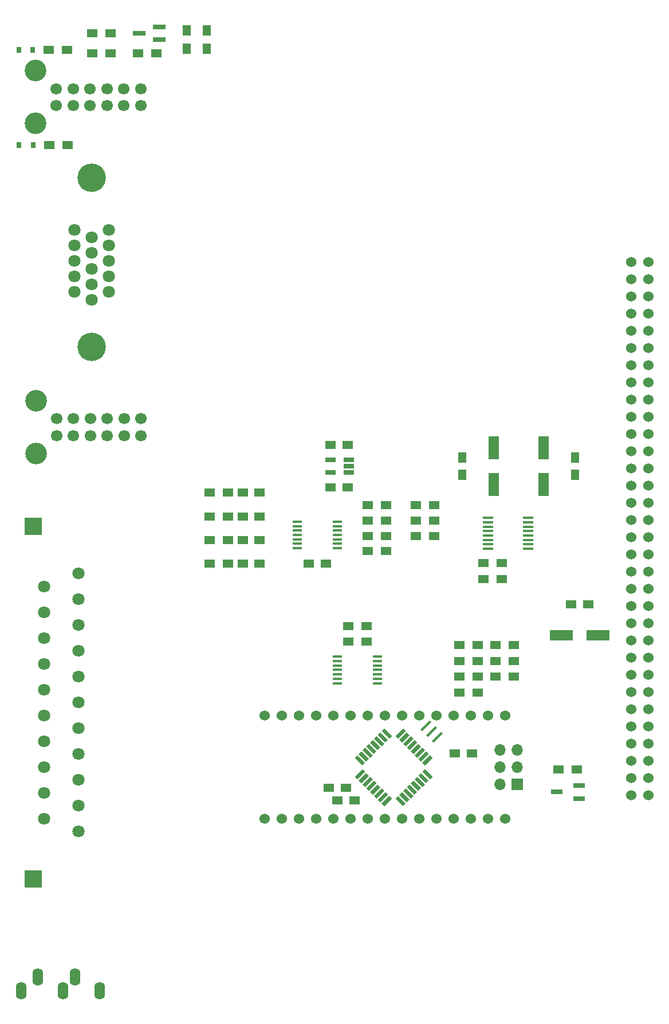
<source format=gbr>
%TF.GenerationSoftware,KiCad,Pcbnew,5.1.9-73d0e3b20d~88~ubuntu20.04.1*%
%TF.CreationDate,2021-04-04T13:46:06+02:00*%
%TF.ProjectId,bkm-129x-scart-vga,626b6d2d-3132-4397-982d-73636172742d,rev?*%
%TF.SameCoordinates,Original*%
%TF.FileFunction,Soldermask,Top*%
%TF.FilePolarity,Negative*%
%FSLAX46Y46*%
G04 Gerber Fmt 4.6, Leading zero omitted, Abs format (unit mm)*
G04 Created by KiCad (PCBNEW 5.1.9-73d0e3b20d~88~ubuntu20.04.1) date 2021-04-04 13:46:06*
%MOMM*%
%LPD*%
G01*
G04 APERTURE LIST*
%ADD10C,1.700000*%
%ADD11C,3.200000*%
%ADD12R,2.500000X2.500000*%
%ADD13C,1.800000*%
%ADD14R,1.500000X1.250000*%
%ADD15R,1.250000X1.500000*%
%ADD16R,1.600000X3.500000*%
%ADD17C,1.524000*%
%ADD18R,1.800000X0.800000*%
%ADD19R,1.500000X1.300000*%
%ADD20R,1.500000X0.450000*%
%ADD21R,1.450000X0.450000*%
%ADD22R,1.560000X0.650000*%
%ADD23R,3.500000X1.600000*%
%ADD24R,1.300000X1.500000*%
%ADD25R,1.900000X0.800000*%
%ADD26R,0.800000X0.900000*%
%ADD27C,4.200000*%
%ADD28R,1.700000X1.700000*%
%ADD29O,1.700000X1.700000*%
%ADD30C,0.100000*%
%ADD31O,1.600000X2.600000*%
G04 APERTURE END LIST*
D10*
%TO.C,SW1*%
X63543500Y-40148600D03*
X61043500Y-40148600D03*
X66043500Y-40148600D03*
X66043500Y-42648600D03*
X63543500Y-42648600D03*
X68543500Y-42648600D03*
X68543500Y-40148600D03*
X61043500Y-42648600D03*
X58543500Y-42648600D03*
X56043500Y-42648600D03*
X56043500Y-40148600D03*
X58543500Y-40148600D03*
D11*
X52993500Y-37498600D03*
X52993500Y-45298600D03*
%TD*%
D12*
%TO.C,J2*%
X52682000Y-104810000D03*
X52682000Y-156810000D03*
D13*
X59309000Y-111760000D03*
X59309000Y-115570000D03*
X59309000Y-119380000D03*
X59309000Y-123190000D03*
X59309000Y-127000000D03*
X59309000Y-130810000D03*
X59309000Y-134620000D03*
X59309000Y-138430000D03*
X59309000Y-142240000D03*
X59309000Y-146050000D03*
X59309000Y-149860000D03*
X54229000Y-113665000D03*
X54229000Y-117475000D03*
X54229000Y-121285000D03*
X54229000Y-125095000D03*
X54229000Y-128905000D03*
X54229000Y-132715000D03*
X54229000Y-136525000D03*
X54229000Y-140335000D03*
X54229000Y-144145000D03*
X54229000Y-147955000D03*
%TD*%
D14*
%TO.C,C1*%
X86124100Y-99822000D03*
X83624100Y-99822000D03*
%TD*%
%TO.C,C2*%
X86124100Y-103314500D03*
X83624100Y-103314500D03*
%TD*%
%TO.C,C3*%
X86124100Y-106807000D03*
X83624100Y-106807000D03*
%TD*%
%TO.C,C4*%
X86124100Y-110299500D03*
X83624100Y-110299500D03*
%TD*%
%TO.C,C5*%
X95903100Y-110299500D03*
X93403100Y-110299500D03*
%TD*%
D15*
%TO.C,C6*%
X116052600Y-97135000D03*
X116052600Y-94635000D03*
%TD*%
D16*
%TO.C,C7*%
X120688100Y-98585000D03*
X120688100Y-93185000D03*
%TD*%
%TO.C,C8*%
X128054100Y-93185000D03*
X128054100Y-98585000D03*
%TD*%
D15*
%TO.C,C9*%
X132753100Y-97135000D03*
X132753100Y-94635000D03*
%TD*%
D17*
%TO.C,J5*%
X141020800Y-65786000D03*
X141020800Y-68326000D03*
X141020800Y-70866000D03*
X141020800Y-73406000D03*
X141020800Y-75946000D03*
X141020800Y-78486000D03*
X141020800Y-81026000D03*
X141020800Y-83566000D03*
X141020800Y-86106000D03*
X141020800Y-88646000D03*
X141020800Y-91186000D03*
X141020800Y-93726000D03*
X141020800Y-96266000D03*
X141020800Y-98806000D03*
X141020800Y-101346000D03*
X141020800Y-103886000D03*
X141020800Y-106426000D03*
X141020800Y-108966000D03*
X141020800Y-111506000D03*
X141020800Y-114046000D03*
X141020800Y-116586000D03*
X141020800Y-119126000D03*
X141020800Y-121666000D03*
X141020800Y-124206000D03*
X141020800Y-126746000D03*
X141020800Y-129286000D03*
X141020800Y-131826000D03*
X141020800Y-134366000D03*
X141020800Y-136906000D03*
X141020800Y-139446000D03*
X141020800Y-141986000D03*
X141020800Y-144526000D03*
X143560800Y-65786000D03*
X143560800Y-68326000D03*
X143560800Y-70866000D03*
X143560800Y-73406000D03*
X143560800Y-75946000D03*
X143560800Y-78486000D03*
X143560800Y-81026000D03*
X143560800Y-83566000D03*
X143560800Y-86106000D03*
X143560800Y-88646000D03*
X143560800Y-91186000D03*
X143560800Y-93726000D03*
X143560800Y-96266000D03*
X143560800Y-98806000D03*
X143560800Y-101346000D03*
X143560800Y-103886000D03*
X143560800Y-106426000D03*
X143560800Y-108966000D03*
X143560800Y-111506000D03*
X143560800Y-114046000D03*
X143560800Y-116586000D03*
X143560800Y-119126000D03*
X143560800Y-121666000D03*
X143560800Y-124206000D03*
X143560800Y-126746000D03*
X143560800Y-129286000D03*
X143560800Y-131826000D03*
X143560800Y-134366000D03*
X143560800Y-136906000D03*
X143560800Y-139446000D03*
X143560800Y-141986000D03*
X143560800Y-144526000D03*
%TD*%
D18*
%TO.C,Q1*%
X133298200Y-144968000D03*
X133298200Y-143068000D03*
X129998200Y-144018000D03*
%TD*%
D19*
%TO.C,R1*%
X121881600Y-112603000D03*
X119181600Y-112603000D03*
%TD*%
%TO.C,R6*%
X104778800Y-101650800D03*
X102078800Y-101650800D03*
%TD*%
%TO.C,R7*%
X104781600Y-103903000D03*
X102081600Y-103903000D03*
%TD*%
%TO.C,R8*%
X104781600Y-106203000D03*
X102081600Y-106203000D03*
%TD*%
%TO.C,R9*%
X104781600Y-108453000D03*
X102081600Y-108453000D03*
%TD*%
%TO.C,R10*%
X81398100Y-110299500D03*
X78698100Y-110299500D03*
%TD*%
%TO.C,R11*%
X81398100Y-106807000D03*
X78698100Y-106807000D03*
%TD*%
%TO.C,R12*%
X81398100Y-103314500D03*
X78698100Y-103314500D03*
%TD*%
%TO.C,R13*%
X81398100Y-99822000D03*
X78698100Y-99822000D03*
%TD*%
%TO.C,R18*%
X119181600Y-110203000D03*
X121881600Y-110203000D03*
%TD*%
%TO.C,R20*%
X121001800Y-122301000D03*
X123701800Y-122301000D03*
%TD*%
%TO.C,R21*%
X115617000Y-122301000D03*
X118317000Y-122301000D03*
%TD*%
%TO.C,R22*%
X132998200Y-140652500D03*
X130298200Y-140652500D03*
%TD*%
%TO.C,R23*%
X99208600Y-121793000D03*
X101908600Y-121793000D03*
%TD*%
%TO.C,R24*%
X115642400Y-129362200D03*
X118342400Y-129362200D03*
%TD*%
%TO.C,R25*%
X121001800Y-127000000D03*
X123701800Y-127000000D03*
%TD*%
%TO.C,R26*%
X115617000Y-127000000D03*
X118317000Y-127000000D03*
%TD*%
%TO.C,R27*%
X121001800Y-124663200D03*
X123701800Y-124663200D03*
%TD*%
%TO.C,R28*%
X115617000Y-124663200D03*
X118317000Y-124663200D03*
%TD*%
D20*
%TO.C,U1*%
X125781600Y-108078000D03*
X125781600Y-107428000D03*
X125781600Y-106778000D03*
X125781600Y-106128000D03*
X125781600Y-105478000D03*
X125781600Y-104828000D03*
X125781600Y-104178000D03*
X125781600Y-103528000D03*
X119881600Y-103528000D03*
X119881600Y-104178000D03*
X119881600Y-104828000D03*
X119881600Y-105478000D03*
X119881600Y-106128000D03*
X119881600Y-106778000D03*
X119881600Y-107428000D03*
X119881600Y-108078000D03*
%TD*%
D17*
%TO.C,U3*%
X122440700Y-132715000D03*
X119900700Y-132715000D03*
X117360700Y-132715000D03*
X114820700Y-132715000D03*
X112280700Y-132715000D03*
X109740700Y-132715000D03*
X107200700Y-132715000D03*
X104660700Y-132715000D03*
X102120700Y-132715000D03*
X99580700Y-132715000D03*
X97040700Y-132715000D03*
X94500700Y-132715000D03*
X91960700Y-132715000D03*
X89420700Y-132715000D03*
X86880700Y-132715000D03*
X86880700Y-147955000D03*
X89420700Y-147955000D03*
X91960700Y-147955000D03*
X94500700Y-147955000D03*
X97040700Y-147955000D03*
X99580700Y-147955000D03*
X102120700Y-147955000D03*
X104660700Y-147955000D03*
X107200700Y-147955000D03*
X109740700Y-147955000D03*
X112280700Y-147955000D03*
X114820700Y-147955000D03*
X117360700Y-147955000D03*
X119900700Y-147955000D03*
X122440700Y-147955000D03*
%TD*%
D21*
%TO.C,U2*%
X91703100Y-104095000D03*
X91703100Y-104745000D03*
X91703100Y-105395000D03*
X91703100Y-106045000D03*
X91703100Y-106695000D03*
X91703100Y-107345000D03*
X91703100Y-107995000D03*
X97603100Y-107995000D03*
X97603100Y-107345000D03*
X97603100Y-106695000D03*
X97603100Y-106045000D03*
X97603100Y-105395000D03*
X97603100Y-104745000D03*
X97603100Y-104095000D03*
%TD*%
%TO.C,U4*%
X97583200Y-124034000D03*
X97583200Y-124684000D03*
X97583200Y-125334000D03*
X97583200Y-125984000D03*
X97583200Y-126634000D03*
X97583200Y-127284000D03*
X97583200Y-127934000D03*
X103483200Y-127934000D03*
X103483200Y-127284000D03*
X103483200Y-126634000D03*
X103483200Y-125984000D03*
X103483200Y-125334000D03*
X103483200Y-124684000D03*
X103483200Y-124034000D03*
%TD*%
D14*
%TO.C,C10*%
X96590800Y-99009200D03*
X99090800Y-99009200D03*
%TD*%
%TO.C,C11*%
X99090800Y-92760800D03*
X96590800Y-92760800D03*
%TD*%
D22*
%TO.C,U5*%
X99317800Y-96835000D03*
X99317800Y-95885000D03*
X99317800Y-94935000D03*
X96617800Y-94935000D03*
X96617800Y-96835000D03*
%TD*%
D14*
%TO.C,C12*%
X132150800Y-116255800D03*
X134650800Y-116255800D03*
%TD*%
D23*
%TO.C,C13*%
X130700800Y-120904000D03*
X136100800Y-120904000D03*
%TD*%
D19*
%TO.C,R19*%
X99208600Y-119507000D03*
X101908600Y-119507000D03*
%TD*%
%TO.C,R32*%
X109181600Y-101653000D03*
X111881600Y-101653000D03*
%TD*%
%TO.C,R33*%
X109181600Y-103903000D03*
X111881600Y-103903000D03*
%TD*%
%TO.C,R34*%
X109181600Y-106203000D03*
X111881600Y-106203000D03*
%TD*%
%TO.C,R2*%
X64088000Y-31940500D03*
X61388000Y-31940500D03*
%TD*%
%TO.C,R3*%
X70869800Y-34937700D03*
X68169800Y-34937700D03*
%TD*%
D24*
%TO.C,R4*%
X75349100Y-34230300D03*
X75349100Y-31530300D03*
%TD*%
%TO.C,R5*%
X78308200Y-34230300D03*
X78308200Y-31530300D03*
%TD*%
D25*
%TO.C,Q2*%
X71286500Y-32915900D03*
X71286500Y-31015900D03*
X68286500Y-31965900D03*
%TD*%
D19*
%TO.C,R14*%
X61388000Y-34950400D03*
X64088000Y-34950400D03*
%TD*%
D26*
%TO.C,D1*%
X52586600Y-34417000D03*
X50486600Y-34417000D03*
%TD*%
%TO.C,D2*%
X52612000Y-48514000D03*
X50512000Y-48514000D03*
%TD*%
D19*
%TO.C,R15*%
X57594500Y-34417000D03*
X54894500Y-34417000D03*
%TD*%
%TO.C,R16*%
X57738000Y-48514000D03*
X55038000Y-48514000D03*
%TD*%
D13*
%TO.C,J1*%
X63817500Y-65570100D03*
X58737500Y-65570100D03*
X58737500Y-67861180D03*
X58737500Y-70152260D03*
X58737500Y-63279020D03*
X58737500Y-60987940D03*
X61277500Y-62141100D03*
X61277500Y-64432180D03*
X61277500Y-66723260D03*
X61277500Y-69014340D03*
X61277500Y-71305420D03*
X63817500Y-63279020D03*
X63817500Y-60987940D03*
X63817500Y-67861180D03*
X63817500Y-70152260D03*
D27*
X61277500Y-78315820D03*
X61277500Y-53332380D03*
%TD*%
D14*
%TO.C,C15*%
X98836800Y-143383000D03*
X96336800Y-143383000D03*
%TD*%
%TO.C,C16*%
X114967700Y-138290300D03*
X117467700Y-138290300D03*
%TD*%
%TO.C,C17*%
X97606800Y-145288000D03*
X100106800Y-145288000D03*
%TD*%
D28*
%TO.C,J6*%
X124206000Y-142875000D03*
D29*
X121666000Y-142875000D03*
X124206000Y-140335000D03*
X121666000Y-140335000D03*
X124206000Y-137795000D03*
X121666000Y-137795000D03*
%TD*%
D10*
%TO.C,SW2*%
X63594300Y-88869200D03*
X61094300Y-88869200D03*
X66094300Y-88869200D03*
X66094300Y-91369200D03*
X63594300Y-91369200D03*
X68594300Y-91369200D03*
X68594300Y-88869200D03*
X61094300Y-91369200D03*
X58594300Y-91369200D03*
X56094300Y-91369200D03*
X56094300Y-88869200D03*
X58594300Y-88869200D03*
D11*
X53044300Y-86219200D03*
X53044300Y-94019200D03*
%TD*%
D30*
%TO.C,U6*%
G36*
X111274334Y-138562255D02*
G01*
X111663243Y-138951164D01*
X110531872Y-140082535D01*
X110142963Y-139693626D01*
X111274334Y-138562255D01*
G37*
G36*
X110708648Y-137996570D02*
G01*
X111097557Y-138385479D01*
X109966186Y-139516850D01*
X109577277Y-139127941D01*
X110708648Y-137996570D01*
G37*
G36*
X110142963Y-137430884D02*
G01*
X110531872Y-137819793D01*
X109400501Y-138951164D01*
X109011592Y-138562255D01*
X110142963Y-137430884D01*
G37*
G36*
X109577278Y-136865199D02*
G01*
X109966187Y-137254108D01*
X108834816Y-138385479D01*
X108445907Y-137996570D01*
X109577278Y-136865199D01*
G37*
G36*
X109011592Y-136299513D02*
G01*
X109400501Y-136688422D01*
X108269130Y-137819793D01*
X107880221Y-137430884D01*
X109011592Y-136299513D01*
G37*
G36*
X108445907Y-135733828D02*
G01*
X108834816Y-136122737D01*
X107703445Y-137254108D01*
X107314536Y-136865199D01*
X108445907Y-135733828D01*
G37*
G36*
X107880221Y-135168143D02*
G01*
X108269130Y-135557052D01*
X107137759Y-136688423D01*
X106748850Y-136299514D01*
X107880221Y-135168143D01*
G37*
G36*
X107314536Y-134602457D02*
G01*
X107703445Y-134991366D01*
X106572074Y-136122737D01*
X106183165Y-135733828D01*
X107314536Y-134602457D01*
G37*
G36*
X104132555Y-134991366D02*
G01*
X104521464Y-134602457D01*
X105652835Y-135733828D01*
X105263926Y-136122737D01*
X104132555Y-134991366D01*
G37*
G36*
X103566870Y-135557052D02*
G01*
X103955779Y-135168143D01*
X105087150Y-136299514D01*
X104698241Y-136688423D01*
X103566870Y-135557052D01*
G37*
G36*
X103001184Y-136122737D02*
G01*
X103390093Y-135733828D01*
X104521464Y-136865199D01*
X104132555Y-137254108D01*
X103001184Y-136122737D01*
G37*
G36*
X102435499Y-136688422D02*
G01*
X102824408Y-136299513D01*
X103955779Y-137430884D01*
X103566870Y-137819793D01*
X102435499Y-136688422D01*
G37*
G36*
X101869813Y-137254108D02*
G01*
X102258722Y-136865199D01*
X103390093Y-137996570D01*
X103001184Y-138385479D01*
X101869813Y-137254108D01*
G37*
G36*
X101304128Y-137819793D02*
G01*
X101693037Y-137430884D01*
X102824408Y-138562255D01*
X102435499Y-138951164D01*
X101304128Y-137819793D01*
G37*
G36*
X100738443Y-138385479D02*
G01*
X101127352Y-137996570D01*
X102258723Y-139127941D01*
X101869814Y-139516850D01*
X100738443Y-138385479D01*
G37*
G36*
X100172757Y-138951164D02*
G01*
X100561666Y-138562255D01*
X101693037Y-139693626D01*
X101304128Y-140082535D01*
X100172757Y-138951164D01*
G37*
G36*
X101304128Y-140612865D02*
G01*
X101693037Y-141001774D01*
X100561666Y-142133145D01*
X100172757Y-141744236D01*
X101304128Y-140612865D01*
G37*
G36*
X101869814Y-141178550D02*
G01*
X102258723Y-141567459D01*
X101127352Y-142698830D01*
X100738443Y-142309921D01*
X101869814Y-141178550D01*
G37*
G36*
X102435499Y-141744236D02*
G01*
X102824408Y-142133145D01*
X101693037Y-143264516D01*
X101304128Y-142875607D01*
X102435499Y-141744236D01*
G37*
G36*
X103001184Y-142309921D02*
G01*
X103390093Y-142698830D01*
X102258722Y-143830201D01*
X101869813Y-143441292D01*
X103001184Y-142309921D01*
G37*
G36*
X103566870Y-142875607D02*
G01*
X103955779Y-143264516D01*
X102824408Y-144395887D01*
X102435499Y-144006978D01*
X103566870Y-142875607D01*
G37*
G36*
X104132555Y-143441292D02*
G01*
X104521464Y-143830201D01*
X103390093Y-144961572D01*
X103001184Y-144572663D01*
X104132555Y-143441292D01*
G37*
G36*
X104698241Y-144006977D02*
G01*
X105087150Y-144395886D01*
X103955779Y-145527257D01*
X103566870Y-145138348D01*
X104698241Y-144006977D01*
G37*
G36*
X105263926Y-144572663D02*
G01*
X105652835Y-144961572D01*
X104521464Y-146092943D01*
X104132555Y-145704034D01*
X105263926Y-144572663D01*
G37*
G36*
X106183165Y-144961572D02*
G01*
X106572074Y-144572663D01*
X107703445Y-145704034D01*
X107314536Y-146092943D01*
X106183165Y-144961572D01*
G37*
G36*
X106748850Y-144395886D02*
G01*
X107137759Y-144006977D01*
X108269130Y-145138348D01*
X107880221Y-145527257D01*
X106748850Y-144395886D01*
G37*
G36*
X107314536Y-143830201D02*
G01*
X107703445Y-143441292D01*
X108834816Y-144572663D01*
X108445907Y-144961572D01*
X107314536Y-143830201D01*
G37*
G36*
X107880221Y-143264516D02*
G01*
X108269130Y-142875607D01*
X109400501Y-144006978D01*
X109011592Y-144395887D01*
X107880221Y-143264516D01*
G37*
G36*
X108445907Y-142698830D02*
G01*
X108834816Y-142309921D01*
X109966187Y-143441292D01*
X109577278Y-143830201D01*
X108445907Y-142698830D01*
G37*
G36*
X109011592Y-142133145D02*
G01*
X109400501Y-141744236D01*
X110531872Y-142875607D01*
X110142963Y-143264516D01*
X109011592Y-142133145D01*
G37*
G36*
X109577277Y-141567459D02*
G01*
X109966186Y-141178550D01*
X111097557Y-142309921D01*
X110708648Y-142698830D01*
X109577277Y-141567459D01*
G37*
G36*
X110142963Y-141001774D02*
G01*
X110531872Y-140612865D01*
X111663243Y-141744236D01*
X111274334Y-142133145D01*
X110142963Y-141001774D01*
G37*
%TD*%
%TO.C,Y1*%
G36*
X112319173Y-134508770D02*
G01*
X110975670Y-135852273D01*
X110692827Y-135569430D01*
X112036330Y-134225927D01*
X112319173Y-134508770D01*
G37*
G36*
X111470645Y-133660242D02*
G01*
X110127142Y-135003745D01*
X109844299Y-134720902D01*
X111187802Y-133377399D01*
X111470645Y-133660242D01*
G37*
G36*
X113167701Y-135357298D02*
G01*
X111824198Y-136700801D01*
X111541355Y-136417958D01*
X112884858Y-135074455D01*
X113167701Y-135357298D01*
G37*
%TD*%
D31*
%TO.C,J3*%
X50901600Y-173366000D03*
X53301600Y-171366000D03*
X57001600Y-173366000D03*
X58801600Y-171366000D03*
X62501600Y-173366000D03*
%TD*%
M02*

</source>
